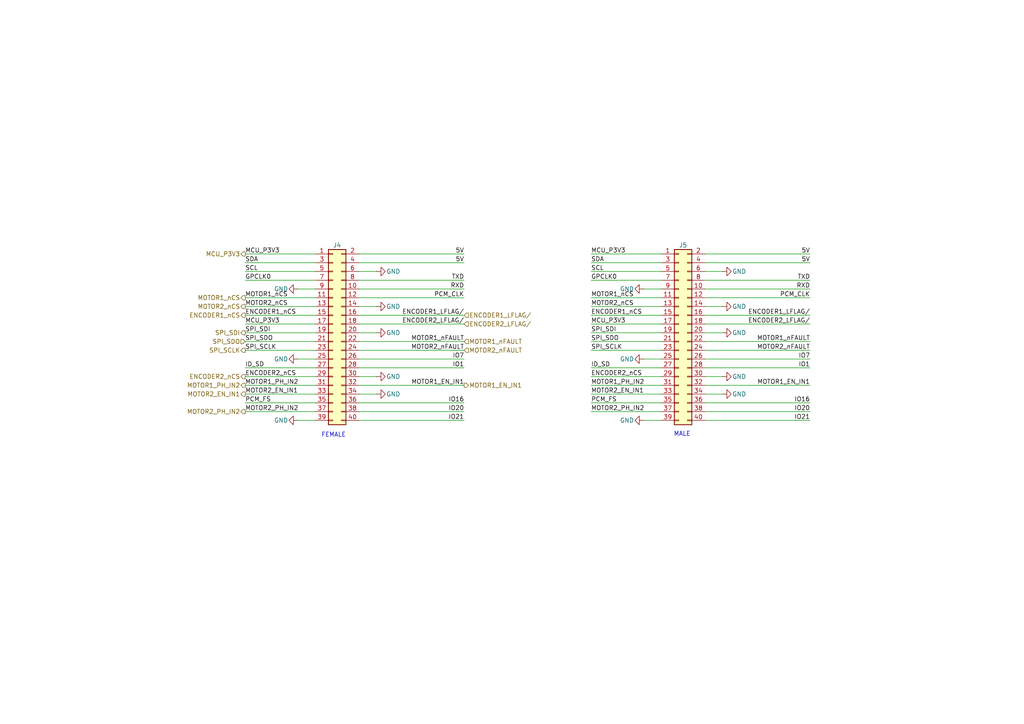
<source format=kicad_sch>
(kicad_sch (version 20250114) (generator "eeschema") (generator_version "9.0")
  (paper "A4")
  (lib_symbols
    (symbol "Connector_Generic:Conn_02x20_Odd_Even" (pin_names (offset 1.016) (hide yes))
      (property "Reference" "J" (at 1.27 25.4 0))
      (property "Value" "Conn_02x20_Odd_Even" (at 1.27 -27.94 0))
      (symbol "Conn_02x20_Odd_Even_1_1"
        (rectangle (start -1.27 24.13) (end 3.81 -26.67) (stroke (width 0.254)) (fill (type background)))
        (rectangle (start -1.27 22.987) (end 0 22.733) (stroke (width 0.1524)))
        (rectangle (start -1.27 20.447) (end 0 20.193) (stroke (width 0.1524)))
        (rectangle (start -1.27 17.907) (end 0 17.653) (stroke (width 0.1524)))
        (rectangle (start -1.27 15.367) (end 0 15.113) (stroke (width 0.1524)))
        (rectangle (start -1.27 12.827) (end 0 12.573) (stroke (width 0.1524)))
        (rectangle (start -1.27 10.287) (end 0 10.033) (stroke (width 0.1524)))
        (rectangle (start -1.27 7.747) (end 0 7.493) (stroke (width 0.1524)))
        (rectangle (start -1.27 5.207) (end 0 4.953) (stroke (width 0.1524)))
        (rectangle (start -1.27 2.667) (end 0 2.413) (stroke (width 0.1524)))
        (rectangle (start -1.27 0.127) (end 0 -0.127) (stroke (width 0.1524)))
        (rectangle (start -1.27 -2.413) (end 0 -2.667) (stroke (width 0.1524)))
        (rectangle (start -1.27 -4.953) (end 0 -5.207) (stroke (width 0.1524)))
        (rectangle (start -1.27 -7.493) (end 0 -7.747) (stroke (width 0.1524)))
        (rectangle (start -1.27 -10.033) (end 0 -10.287) (stroke (width 0.1524)))
        (rectangle (start -1.27 -12.573) (end 0 -12.827) (stroke (width 0.1524)))
        (rectangle (start -1.27 -15.113) (end 0 -15.367) (stroke (width 0.1524)))
        (rectangle (start -1.27 -17.653) (end 0 -17.907) (stroke (width 0.1524)))
        (rectangle (start -1.27 -20.193) (end 0 -20.447) (stroke (width 0.1524)))
        (rectangle (start -1.27 -22.733) (end 0 -22.987) (stroke (width 0.1524)))
        (rectangle (start -1.27 -25.273) (end 0 -25.527) (stroke (width 0.1524)))
        (rectangle (start 3.81 22.987) (end 2.54 22.733) (stroke (width 0.1524)))
        (rectangle (start 3.81 20.447) (end 2.54 20.193) (stroke (width 0.1524)))
        (rectangle (start 3.81 17.907) (end 2.54 17.653) (stroke (width 0.1524)))
        (rectangle (start 3.81 15.367) (end 2.54 15.113) (stroke (width 0.1524)))
        (rectangle (start 3.81 12.827) (end 2.54 12.573) (stroke (width 0.1524)))
        (rectangle (start 3.81 10.287) (end 2.54 10.033) (stroke (width 0.1524)))
        (rectangle (start 3.81 7.747) (end 2.54 7.493) (stroke (width 0.1524)))
        (rectangle (start 3.81 5.207) (end 2.54 4.953) (stroke (width 0.1524)))
        (rectangle (start 3.81 2.667) (end 2.54 2.413) (stroke (width 0.1524)))
        (rectangle (start 3.81 0.127) (end 2.54 -0.127) (stroke (width 0.1524)))
        (rectangle (start 3.81 -2.413) (end 2.54 -2.667) (stroke (width 0.1524)))
        (rectangle (start 3.81 -4.953) (end 2.54 -5.207) (stroke (width 0.1524)))
        (rectangle (start 3.81 -7.493) (end 2.54 -7.747) (stroke (width 0.1524)))
        (rectangle (start 3.81 -10.033) (end 2.54 -10.287) (stroke (width 0.1524)))
        (rectangle (start 3.81 -12.573) (end 2.54 -12.827) (stroke (width 0.1524)))
        (rectangle (start 3.81 -15.113) (end 2.54 -15.367) (stroke (width 0.1524)))
        (rectangle (start 3.81 -17.653) (end 2.54 -17.907) (stroke (width 0.1524)))
        (rectangle (start 3.81 -20.193) (end 2.54 -20.447) (stroke (width 0.1524)))
        (rectangle (start 3.81 -22.733) (end 2.54 -22.987) (stroke (width 0.1524)))
        (rectangle (start 3.81 -25.273) (end 2.54 -25.527) (stroke (width 0.1524)))
        (pin passive line (at -5.08 22.86 0) (length 3.81) (name "Pin_1") (number "1"))
        (pin passive line (at -5.08 20.32 0) (length 3.81) (name "Pin_3") (number "3"))
        (pin passive line (at -5.08 17.78 0) (length 3.81) (name "Pin_5") (number "5"))
        (pin passive line (at -5.08 15.24 0) (length 3.81) (name "Pin_7") (number "7"))
        (pin passive line (at -5.08 12.7 0) (length 3.81) (name "Pin_9") (number "9"))
        (pin passive line (at -5.08 10.16 0) (length 3.81) (name "Pin_11") (number "11"))
        (pin passive line (at -5.08 7.62 0) (length 3.81) (name "Pin_13") (number "13"))
        (pin passive line (at -5.08 5.08 0) (length 3.81) (name "Pin_15") (number "15"))
        (pin passive line (at -5.08 2.54 0) (length 3.81) (name "Pin_17") (number "17"))
        (pin passive line (at -5.08 0 0) (length 3.81) (name "Pin_19") (number "19"))
        (pin passive line (at -5.08 -2.54 0) (length 3.81) (name "Pin_21") (number "21"))
        (pin passive line (at -5.08 -5.08 0) (length 3.81) (name "Pin_23") (number "23"))
        (pin passive line (at -5.08 -7.62 0) (length 3.81) (name "Pin_25") (number "25"))
        (pin passive line (at -5.08 -10.16 0) (length 3.81) (name "Pin_27") (number "27"))
        (pin passive line (at -5.08 -12.7 0) (length 3.81) (name "Pin_29") (number "29"))
        (pin passive line (at -5.08 -15.24 0) (length 3.81) (name "Pin_31") (number "31"))
        (pin passive line (at -5.08 -17.78 0) (length 3.81) (name "Pin_33") (number "33"))
        (pin passive line (at -5.08 -20.32 0) (length 3.81) (name "Pin_35") (number "35"))
        (pin passive line (at -5.08 -22.86 0) (length 3.81) (name "Pin_37") (number "37"))
        (pin passive line (at -5.08 -25.4 0) (length 3.81) (name "Pin_39") (number "39"))
        (pin passive line (at 7.62 22.86 180) (length 3.81) (name "Pin_2") (number "2"))
        (pin passive line (at 7.62 20.32 180) (length 3.81) (name "Pin_4") (number "4"))
        (pin passive line (at 7.62 17.78 180) (length 3.81) (name "Pin_6") (number "6"))
        (pin passive line (at 7.62 15.24 180) (length 3.81) (name "Pin_8") (number "8"))
        (pin passive line (at 7.62 12.7 180) (length 3.81) (name "Pin_10") (number "10"))
        (pin passive line (at 7.62 10.16 180) (length 3.81) (name "Pin_12") (number "12"))
        (pin passive line (at 7.62 7.62 180) (length 3.81) (name "Pin_14") (number "14"))
        (pin passive line (at 7.62 5.08 180) (length 3.81) (name "Pin_16") (number "16"))
        (pin passive line (at 7.62 2.54 180) (length 3.81) (name "Pin_18") (number "18"))
        (pin passive line (at 7.62 0 180) (length 3.81) (name "Pin_20") (number "20"))
        (pin passive line (at 7.62 -2.54 180) (length 3.81) (name "Pin_22") (number "22"))
        (pin passive line (at 7.62 -5.08 180) (length 3.81) (name "Pin_24") (number "24"))
        (pin passive line (at 7.62 -7.62 180) (length 3.81) (name "Pin_26") (number "26"))
        (pin passive line (at 7.62 -10.16 180) (length 3.81) (name "Pin_28") (number "28"))
        (pin passive line (at 7.62 -12.7 180) (length 3.81) (name "Pin_30") (number "30"))
        (pin passive line (at 7.62 -15.24 180) (length 3.81) (name "Pin_32") (number "32"))
        (pin passive line (at 7.62 -17.78 180) (length 3.81) (name "Pin_34") (number "34"))
        (pin passive line (at 7.62 -20.32 180) (length 3.81) (name "Pin_36") (number "36"))
        (pin passive line (at 7.62 -22.86 180) (length 3.81) (name "Pin_38") (number "38"))
        (pin passive line (at 7.62 -25.4 180) (length 3.81) (name "Pin_40") (number "40"))
      )
    )
    (symbol "power:GND" (power) (pin_numbers (hide yes)) (pin_names (offset 0) (hide yes))
      (property "Value" "GND" (at 0 -3.81 0))
      (symbol "GND_0_1"
        (polyline (pts (xy 0 0) (xy 0 -1.27) (xy 1.27 -1.27) (xy 0 -2.54) (xy -1.27 -1.27) (xy 0 -1.27)))
      )
      (symbol "GND_1_1"
        (pin power_in line (at 0 0 270) (length 0) (name "~") (number "1"))
      )
    )
  )
  (text "MALE" (at 197.866 125.984 0) (effects (font (size 1.27 1.27))))
  (text "FEMALE" (at 96.774 126.238 0) (effects (font (size 1.27 1.27))))
  (wire (pts (xy 91.44 83.82) (xy 86.36 83.82)))
  (wire (pts (xy 134.62 121.92) (xy 104.14 121.92)))
  (wire (pts (xy 171.45 106.68) (xy 191.77 106.68)))
  (wire (pts (xy 71.12 119.38) (xy 91.44 119.38)))
  (wire (pts (xy 104.14 96.52) (xy 109.22 96.52)))
  (wire (pts (xy 104.14 78.74) (xy 109.22 78.74)))
  (wire (pts (xy 104.14 114.3) (xy 109.22 114.3)))
  (wire (pts (xy 204.47 78.74) (xy 209.55 78.74)))
  (wire (pts (xy 91.44 104.14) (xy 86.36 104.14)))
  (wire (pts (xy 171.45 86.36) (xy 191.77 86.36)))
  (wire (pts (xy 71.12 116.84) (xy 91.44 116.84)))
  (wire (pts (xy 171.45 114.3) (xy 191.77 114.3)))
  (wire (pts (xy 234.95 101.6) (xy 204.47 101.6)))
  (wire (pts (xy 234.95 111.76) (xy 204.47 111.76)))
  (wire (pts (xy 234.95 91.44) (xy 204.47 91.44)))
  (wire (pts (xy 234.95 83.82) (xy 204.47 83.82)))
  (wire (pts (xy 134.62 106.68) (xy 104.14 106.68)))
  (wire (pts (xy 134.62 116.84) (xy 104.14 116.84)))
  (wire (pts (xy 71.12 93.98) (xy 91.44 93.98)))
  (wire (pts (xy 204.47 109.22) (xy 209.55 109.22)))
  (wire (pts (xy 71.12 88.9) (xy 91.44 88.9)))
  (wire (pts (xy 134.62 119.38) (xy 104.14 119.38)))
  (wire (pts (xy 71.12 73.66) (xy 91.44 73.66)))
  (wire (pts (xy 71.12 76.2) (xy 91.44 76.2)))
  (wire (pts (xy 171.45 73.66) (xy 191.77 73.66)))
  (wire (pts (xy 71.12 106.68) (xy 91.44 106.68)))
  (wire (pts (xy 234.95 93.98) (xy 204.47 93.98)))
  (wire (pts (xy 171.45 96.52) (xy 191.77 96.52)))
  (wire (pts (xy 234.95 81.28) (xy 204.47 81.28)))
  (wire (pts (xy 71.12 101.6) (xy 91.44 101.6)))
  (wire (pts (xy 134.62 86.36) (xy 104.14 86.36)))
  (wire (pts (xy 204.47 76.2) (xy 234.95 76.2)))
  (wire (pts (xy 71.12 91.44) (xy 91.44 91.44)))
  (wire (pts (xy 171.45 93.98) (xy 191.77 93.98)))
  (wire (pts (xy 204.47 114.3) (xy 209.55 114.3)))
  (wire (pts (xy 171.45 76.2) (xy 191.77 76.2)))
  (wire (pts (xy 234.95 119.38) (xy 204.47 119.38)))
  (wire (pts (xy 134.62 93.98) (xy 104.14 93.98)))
  (wire (pts (xy 104.14 88.9) (xy 109.22 88.9)))
  (wire (pts (xy 71.12 109.22) (xy 91.44 109.22)))
  (wire (pts (xy 71.12 96.52) (xy 91.44 96.52)))
  (wire (pts (xy 104.14 109.22) (xy 109.22 109.22)))
  (wire (pts (xy 171.45 99.06) (xy 191.77 99.06)))
  (wire (pts (xy 171.45 101.6) (xy 191.77 101.6)))
  (wire (pts (xy 171.45 111.76) (xy 191.77 111.76)))
  (wire (pts (xy 134.62 101.6) (xy 104.14 101.6)))
  (wire (pts (xy 71.12 81.28) (xy 91.44 81.28)))
  (wire (pts (xy 204.47 73.66) (xy 234.95 73.66)))
  (wire (pts (xy 234.95 86.36) (xy 204.47 86.36)))
  (wire (pts (xy 134.62 91.44) (xy 104.14 91.44)))
  (wire (pts (xy 191.77 121.92) (xy 186.69 121.92)))
  (wire (pts (xy 91.44 121.92) (xy 86.36 121.92)))
  (wire (pts (xy 134.62 104.14) (xy 104.14 104.14)))
  (wire (pts (xy 234.95 116.84) (xy 204.47 116.84)))
  (wire (pts (xy 234.95 99.06) (xy 204.47 99.06)))
  (wire (pts (xy 234.95 104.14) (xy 204.47 104.14)))
  (wire (pts (xy 104.14 73.66) (xy 134.62 73.66)))
  (wire (pts (xy 134.62 99.06) (xy 104.14 99.06)))
  (wire (pts (xy 134.62 83.82) (xy 104.14 83.82)))
  (wire (pts (xy 171.45 119.38) (xy 191.77 119.38)))
  (wire (pts (xy 234.95 121.92) (xy 204.47 121.92)))
  (wire (pts (xy 171.45 78.74) (xy 191.77 78.74)))
  (wire (pts (xy 171.45 109.22) (xy 191.77 109.22)))
  (wire (pts (xy 134.62 111.76) (xy 104.14 111.76)))
  (wire (pts (xy 71.12 114.3) (xy 91.44 114.3)))
  (wire (pts (xy 204.47 88.9) (xy 209.55 88.9)))
  (wire (pts (xy 204.47 96.52) (xy 209.55 96.52)))
  (wire (pts (xy 171.45 91.44) (xy 191.77 91.44)))
  (wire (pts (xy 234.95 106.68) (xy 204.47 106.68)))
  (wire (pts (xy 71.12 99.06) (xy 91.44 99.06)))
  (wire (pts (xy 171.45 116.84) (xy 191.77 116.84)))
  (wire (pts (xy 171.45 88.9) (xy 191.77 88.9)))
  (wire (pts (xy 71.12 78.74) (xy 91.44 78.74)))
  (wire (pts (xy 104.14 76.2) (xy 134.62 76.2)))
  (wire (pts (xy 191.77 104.14) (xy 186.69 104.14)))
  (wire (pts (xy 71.12 111.76) (xy 91.44 111.76)))
  (wire (pts (xy 171.45 81.28) (xy 191.77 81.28)))
  (wire (pts (xy 71.12 86.36) (xy 91.44 86.36)))
  (wire (pts (xy 191.77 83.82) (xy 186.69 83.82)))
  (wire (pts (xy 134.62 81.28) (xy 104.14 81.28)))
  (label "SPI_SDO" (at 71.12 99.06 0))
  (label "IO1" (at 134.62 106.68 180))
  (label "SPI_SCLK" (at 171.45 101.6 0))
  (label "ID_SD" (at 171.45 106.68 0))
  (label "IO21" (at 234.95 121.92 180))
  (label "ENCODER2_LFLAG{slash}" (at 134.62 93.98 180))
  (label "TXD" (at 234.95 81.28 180))
  (label "SCL" (at 171.45 78.74 0))
  (label "RXD" (at 234.95 83.82 180))
  (label "ENCODER1_nCS" (at 171.45 91.44 0))
  (label "IO1" (at 234.95 106.68 180))
  (label "IO20" (at 234.95 119.38 180))
  (label "MOTOR1_nCS" (at 71.12 86.36 0))
  (label "SPI_SDO" (at 171.45 99.06 0))
  (label "ENCODER1_nCS" (at 71.12 91.44 0))
  (label "RXD" (at 134.62 83.82 180))
  (label "MOTOR1_nCS" (at 171.45 86.36 0))
  (label "SPI_SDI" (at 71.12 96.52 0))
  (label "MOTOR2_nFAULT" (at 134.62 101.6 180))
  (label "5V" (at 134.62 76.2 180))
  (label "PCM_CLK" (at 234.95 86.36 180))
  (label "MOTOR1_PH_IN2" (at 71.12 111.76 0))
  (label "MOTOR1_EN_IN1" (at 134.62 111.76 180))
  (label "SPI_SDI" (at 171.45 96.52 0))
  (label "ENCODER1_LFLAG{slash}" (at 134.62 91.44 180))
  (label "MOTOR1_nFAULT" (at 134.62 99.06 180))
  (label "MOTOR1_PH_IN2" (at 171.45 111.76 0))
  (label "MOTOR2_PH_IN2" (at 171.45 119.38 0))
  (label "IO20" (at 134.62 119.38 180))
  (label "MOTOR2_nCS" (at 171.45 88.9 0))
  (label "5V" (at 234.95 76.2 180))
  (label "MOTOR2_nFAULT" (at 234.95 101.6 180))
  (label "TXD" (at 134.62 81.28 180))
  (label "PCM_CLK" (at 134.62 86.36 180))
  (label "PCM_FS" (at 171.45 116.84 0))
  (label "IO7" (at 134.62 104.14 180))
  (label "SDA" (at 71.12 76.2 0))
  (label "IO7" (at 234.95 104.14 180))
  (label "GPCLK0" (at 171.45 81.28 0))
  (label "MOTOR2_EN_IN1" (at 71.12 114.3 0))
  (label "ID_SD" (at 71.12 106.68 0))
  (label "SPI_SCLK" (at 71.12 101.6 0))
  (label "ENCODER2_nCS" (at 171.45 109.22 0))
  (label "MOTOR1_nFAULT" (at 234.95 99.06 180))
  (label "SCL" (at 71.12 78.74 0))
  (label "MOTOR2_EN_IN1" (at 171.45 114.3 0))
  (label "MCU_P3V3" (at 171.45 73.66 0))
  (label "GPCLK0" (at 71.12 81.28 0))
  (label "MOTOR2_nCS" (at 71.12 88.9 0))
  (label "MCU_P3V3" (at 71.12 93.98 0))
  (label "PCM_FS" (at 71.12 116.84 0))
  (label "MOTOR1_EN_IN1" (at 234.95 111.76 180))
  (label "IO16" (at 234.95 116.84 180))
  (label "ENCODER1_LFLAG{slash}" (at 234.95 91.44 180))
  (label "SDA" (at 171.45 76.2 0))
  (label "MCU_P3V3" (at 171.45 93.98 0))
  (label "ENCODER2_nCS" (at 71.12 109.22 0))
  (label "IO21" (at 134.62 121.92 180))
  (label "IO16" (at 134.62 116.84 180))
  (label "5V" (at 234.95 73.66 180))
  (label "5V" (at 134.62 73.66 180))
  (label "MOTOR2_PH_IN2" (at 71.12 119.38 0))
  (label "ENCODER2_LFLAG{slash}" (at 234.95 93.98 180))
  (label "MCU_P3V3" (at 71.12 73.66 0))
  (hierarchical_label "MOTOR1_nFAULT" (shape input) (at 134.62 99.06 0))
  (hierarchical_label "MOTOR2_nCS" (shape output) (at 71.12 88.9 180))
  (hierarchical_label "ENCODER1_LFLAG{slash}" (shape input) (at 134.62 91.44 0))
  (hierarchical_label "MCU_P3V3" (shape output) (at 71.12 73.66 180))
  (hierarchical_label "SPI_SDO" (shape input) (at 71.12 99.06 180))
  (hierarchical_label "MOTOR1_PH_IN2" (shape output) (at 71.12 111.76 180))
  (hierarchical_label "ENCODER2_LFLAG{slash}" (shape input) (at 134.62 93.98 0))
  (hierarchical_label "MOTOR2_EN_IN1" (shape output) (at 71.12 114.3 180))
  (hierarchical_label "SPI_SCLK" (shape output) (at 71.12 101.6 180))
  (hierarchical_label "ENCODER1_nCS" (shape output) (at 71.12 91.44 180))
  (hierarchical_label "MOTOR1_nCS" (shape output) (at 71.12 86.36 180))
  (hierarchical_label "ENCODER2_nCS" (shape output) (at 71.12 109.22 180))
  (hierarchical_label "MOTOR2_nFAULT" (shape input) (at 134.62 101.6 0))
  (hierarchical_label "SPI_SDI" (shape output) (at 71.12 96.52 180))
  (hierarchical_label "MOTOR1_EN_IN1" (shape output) (at 134.62 111.76 0))
  (hierarchical_label "MOTOR2_PH_IN2" (shape output) (at 71.12 119.38 180))
  (symbol (lib_id "power:GND") (at 86.36 121.92 270) (mirror x) (unit 1)
    (property "Reference" "#PWR05" (effects (hide yes)))
    (property "Value" "GND" (at 83.566 121.92 90) (effects (justify right)))
    (property "Description" "Power symbol creates a global label with name \"GND\" , ground" (effects (hide yes)))
  )
  (symbol (lib_id "power:GND") (at 186.69 104.14 270) (mirror x) (unit 1)
    (property "Reference" "#PWR012" (effects (hide yes)))
    (property "Value" "GND" (at 183.896 104.14 90) (effects (justify right)))
    (property "Description" "Power symbol creates a global label with name \"GND\" , ground" (effects (hide yes)))
  )
  (symbol (lib_id "power:GND") (at 109.22 96.52 90) (mirror x) (unit 1)
    (property "Reference" "#PWR08" (effects (hide yes)))
    (property "Value" "GND" (at 112.014 96.52 90) (effects (justify right)))
    (property "Description" "Power symbol creates a global label with name \"GND\" , ground" (effects (hide yes)))
  )
  (symbol (lib_id "Connector_Generic:Conn_02x20_Odd_Even") (at 196.85 96.52 0) (unit 1)
    (property "Reference" "J5" (at 198.12 71.12 0))
    (property "Value" "Conn_02x20_Odd_Even" (effects (hide yes)))
    (property "Footprint" "Connector_PinHeader_2.54mm:PinHeader_2x20_P2.54mm_Vertical" (effects (hide yes)))
    (property "Description" "Generic connector, double row, 02x20, odd/even pin numbering scheme (row 1 odd numbers, row 2 even numbers), script generated (kicad-library-utils/schlib/autogen/connector/)" (effects (hide yes)))
  )
  (symbol (lib_id "power:GND") (at 109.22 88.9 90) (mirror x) (unit 1)
    (property "Reference" "#PWR07" (effects (hide yes)))
    (property "Value" "GND" (at 112.014 88.9 90) (effects (justify right)))
    (property "Description" "Power symbol creates a global label with name \"GND\" , ground" (effects (hide yes)))
  )
  (symbol (lib_id "power:GND") (at 86.36 104.14 270) (mirror x) (unit 1)
    (property "Reference" "#PWR04" (effects (hide yes)))
    (property "Value" "GND" (at 83.566 104.14 90) (effects (justify right)))
    (property "Description" "Power symbol creates a global label with name \"GND\" , ground" (effects (hide yes)))
  )
  (symbol (lib_id "power:GND") (at 109.22 114.3 90) (mirror x) (unit 1)
    (property "Reference" "#PWR010" (effects (hide yes)))
    (property "Value" "GND" (at 112.014 114.3 90) (effects (justify right)))
    (property "Description" "Power symbol creates a global label with name \"GND\" , ground" (effects (hide yes)))
  )
  (symbol (lib_id "Connector_Generic:Conn_02x20_Odd_Even") (at 96.52 96.52 0) (unit 1)
    (property "Reference" "J4" (at 97.79 71.12 0))
    (property "Value" "Conn_02x20_Odd_Even" (effects (hide yes)))
    (property "Footprint" "7-534206-0:SHDR40W69P254_2X20_5080X503X813P" (effects (hide yes)))
    (property "Description" "Generic connector, double row, 02x20, odd/even pin numbering scheme (row 1 odd numbers, row 2 even numbers), script generated (kicad-library-utils/schlib/autogen/connector/)" (effects (hide yes)))
  )
  (symbol (lib_id "power:GND") (at 209.55 114.3 90) (mirror x) (unit 1)
    (property "Reference" "#PWR018" (effects (hide yes)))
    (property "Value" "GND" (at 212.344 114.3 90) (effects (justify right)))
    (property "Description" "Power symbol creates a global label with name \"GND\" , ground" (effects (hide yes)))
  )
  (symbol (lib_id "power:GND") (at 186.69 121.92 270) (mirror x) (unit 1)
    (property "Reference" "#PWR013" (effects (hide yes)))
    (property "Value" "GND" (at 183.896 121.92 90) (effects (justify right)))
    (property "Description" "Power symbol creates a global label with name \"GND\" , ground" (effects (hide yes)))
  )
  (symbol (lib_id "power:GND") (at 209.55 96.52 90) (mirror x) (unit 1)
    (property "Reference" "#PWR016" (effects (hide yes)))
    (property "Value" "GND" (at 212.344 96.52 90) (effects (justify right)))
    (property "Description" "Power symbol creates a global label with name \"GND\" , ground" (effects (hide yes)))
  )
  (symbol (lib_id "power:GND") (at 209.55 78.74 90) (mirror x) (unit 1)
    (property "Reference" "#PWR014" (effects (hide yes)))
    (property "Value" "GND" (at 212.344 78.74 90) (effects (justify right)))
    (property "Description" "Power symbol creates a global label with name \"GND\" , ground" (effects (hide yes)))
  )
  (symbol (lib_id "power:GND") (at 209.55 88.9 90) (mirror x) (unit 1)
    (property "Reference" "#PWR015" (effects (hide yes)))
    (property "Value" "GND" (at 212.344 88.9 90) (effects (justify right)))
    (property "Description" "Power symbol creates a global label with name \"GND\" , ground" (effects (hide yes)))
  )
  (symbol (lib_id "power:GND") (at 109.22 109.22 90) (mirror x) (unit 1)
    (property "Reference" "#PWR09" (effects (hide yes)))
    (property "Value" "GND" (at 112.014 109.22 90) (effects (justify right)))
    (property "Description" "Power symbol creates a global label with name \"GND\" , ground" (effects (hide yes)))
  )
  (symbol (lib_id "power:GND") (at 186.69 83.82 270) (mirror x) (unit 1)
    (property "Reference" "#PWR011" (effects (hide yes)))
    (property "Value" "GND" (at 183.896 83.82 90) (effects (justify right)))
    (property "Description" "Power symbol creates a global label with name \"GND\" , ground" (effects (hide yes)))
  )
  (symbol (lib_id "power:GND") (at 86.36 83.82 270) (mirror x) (unit 1)
    (property "Reference" "#PWR03" (effects (hide yes)))
    (property "Value" "GND" (at 83.566 83.82 90) (effects (justify right)))
    (property "Description" "Power symbol creates a global label with name \"GND\" , ground" (effects (hide yes)))
  )
  (symbol (lib_id "power:GND") (at 109.22 78.74 90) (mirror x) (unit 1)
    (property "Reference" "#PWR06" (effects (hide yes)))
    (property "Value" "GND" (at 112.014 78.74 90) (effects (justify right)))
    (property "Description" "Power symbol creates a global label with name \"GND\" , ground" (effects (hide yes)))
  )
  (symbol (lib_id "power:GND") (at 209.55 109.22 90) (mirror x) (unit 1)
    (property "Reference" "#PWR017" (effects (hide yes)))
    (property "Value" "GND" (at 212.344 109.22 90) (effects (justify right)))
    (property "Description" "Power symbol creates a global label with name \"GND\" , ground" (effects (hide yes)))
  )
)
</source>
